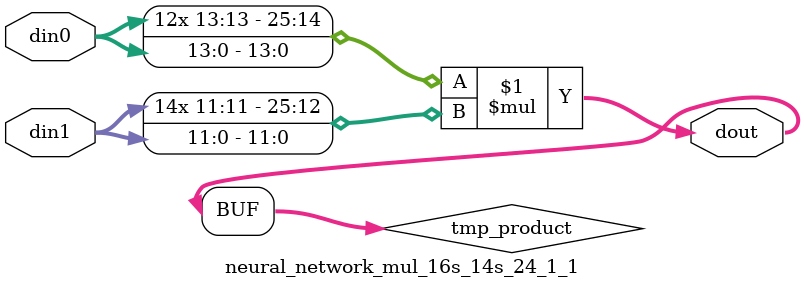
<source format=v>

`timescale 1 ns / 1 ps

  module neural_network_mul_16s_14s_24_1_1(din0, din1, dout);
parameter ID = 1;
parameter NUM_STAGE = 0;
parameter din0_WIDTH = 14;
parameter din1_WIDTH = 12;
parameter dout_WIDTH = 26;

input [din0_WIDTH - 1 : 0] din0; 
input [din1_WIDTH - 1 : 0] din1; 
output [dout_WIDTH - 1 : 0] dout;

wire signed [dout_WIDTH - 1 : 0] tmp_product;













assign tmp_product = $signed(din0) * $signed(din1);








assign dout = tmp_product;







endmodule

</source>
